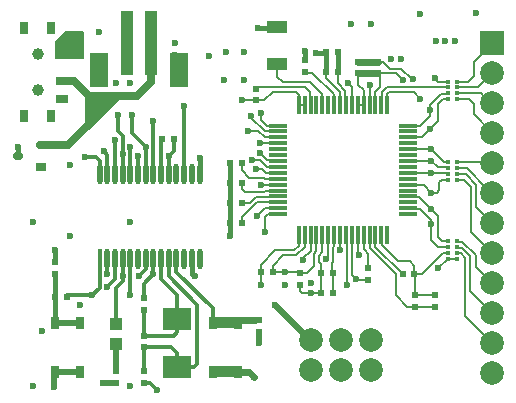
<source format=gtl>
G04*
G04 #@! TF.GenerationSoftware,Altium Limited,Altium Designer,18.1.9 (240)*
G04*
G04 Layer_Physical_Order=1*
G04 Layer_Color=255*
%FSLAX25Y25*%
%MOIN*%
G70*
G01*
G75*
%ADD10C,0.02756*%
%ADD11C,0.00787*%
%ADD12C,0.01968*%
%ADD15R,0.06693X0.04331*%
%ADD16R,0.02362X0.02362*%
%ADD17R,0.02362X0.02362*%
%ADD18R,0.09449X0.07480*%
%ADD19R,0.01181X0.06299*%
%ADD20R,0.06299X0.01181*%
%ADD21R,0.01772X0.06890*%
%ADD22O,0.01772X0.06890*%
%ADD23R,0.01575X0.01181*%
%ADD24R,0.02559X0.04134*%
%ADD25R,0.03937X0.04331*%
%ADD26R,0.03543X0.02756*%
%ADD27O,0.03543X0.02756*%
%ADD28R,0.04331X0.02756*%
%ADD29R,0.03150X0.03937*%
%ADD30R,0.06299X0.11811*%
%ADD31R,0.03937X0.21654*%
%ADD52C,0.01181*%
%ADD53C,0.01575*%
%ADD54C,0.02362*%
%ADD55C,0.07874*%
%ADD56C,0.03937*%
%ADD57R,0.07874X0.07874*%
%ADD58C,0.02362*%
G36*
X28346Y123622D02*
Y114961D01*
X27953Y114567D01*
X18898D01*
Y120472D01*
X22441Y124016D01*
X27953D01*
X28346Y123622D01*
D02*
G37*
G36*
X30082Y91105D02*
Y102328D01*
X41305D01*
X30082Y91105D01*
D02*
G37*
G36*
X85827Y28740D02*
Y26378D01*
X80709D01*
Y28740D01*
X85827Y28740D01*
D02*
G37*
G36*
X78740Y24803D02*
X72441D01*
Y28740D01*
X78740D01*
Y24803D01*
D02*
G37*
G36*
Y8661D02*
X72441D01*
Y12205D01*
X78740D01*
Y8661D01*
D02*
G37*
D10*
X30082Y92975D02*
Y102328D01*
X23130Y86024D02*
X30082Y92975D01*
X14173Y86024D02*
X23130D01*
X30082Y102328D02*
X46232D01*
X25127Y107283D02*
X30082Y102328D01*
X21063Y107283D02*
X25127D01*
X46232Y102328D02*
X50787Y106884D01*
Y119921D01*
D11*
X146850Y70866D02*
Y73622D01*
X146063Y70079D02*
X146850Y70866D01*
X144095Y70079D02*
X146063D01*
X126221Y109843D02*
X126299Y109921D01*
X113583Y55906D02*
X113779Y55709D01*
X132283Y109843D02*
X134646Y107480D01*
X127165Y109843D02*
X132283D01*
X119685Y113858D02*
X119764Y113779D01*
X134049Y111417D02*
X137593Y107874D01*
X130315Y111417D02*
X134049D01*
X137593Y107874D02*
X138189D01*
X129404Y105118D02*
X149606D01*
X138262Y103470D02*
X140551Y101181D01*
X130163Y103470D02*
X138262D01*
X18504Y35433D02*
X18898Y35827D01*
X18504Y26969D02*
X18898Y27362D01*
X123622Y99213D02*
Y105905D01*
X119685Y106102D02*
X121653Y104134D01*
Y99213D02*
Y104134D01*
X119685Y106102D02*
Y109843D01*
X125591Y103543D02*
X127165Y105118D01*
X127756Y103470D02*
X129404Y105118D01*
X127756Y99410D02*
Y103470D01*
X127165Y105118D02*
Y109843D01*
X119685D02*
X119685D01*
X108661Y116535D02*
X109055Y116929D01*
X92716Y125000D02*
X92913Y125197D01*
X49016Y85433D02*
X49213Y85236D01*
X103779Y21024D02*
X104016D01*
X126299Y109921D02*
X126378Y109843D01*
X127953Y113779D02*
X130315Y111417D01*
X116535Y106558D02*
X117717Y105377D01*
Y99213D02*
Y105377D01*
X126378Y113779D02*
X127953D01*
X115551Y99410D02*
X115748Y99213D01*
X115551Y99410D02*
Y103999D01*
X112992Y106558D02*
X115551Y103999D01*
X112992Y106558D02*
Y110236D01*
X113779Y99213D02*
Y103543D01*
X109055Y108268D02*
X113779Y103543D01*
X109055Y108268D02*
Y110236D01*
X105905Y116535D02*
X106299Y116929D01*
X103639Y106890D02*
X107677Y102851D01*
X94685Y106890D02*
X103639D01*
X92913Y108661D02*
X94685Y106890D01*
X104544Y109921D02*
X111614Y102851D01*
X102284Y109921D02*
X104544D01*
X111614Y102525D02*
Y102851D01*
Y102525D02*
X111811Y102328D01*
X101969Y110236D02*
X102284Y109921D01*
X86559Y125000D02*
X86756Y125197D01*
X107677Y99410D02*
Y102851D01*
X92913Y108661D02*
Y112992D01*
X107677Y99410D02*
X107874Y99213D01*
X48819Y76575D02*
X49213Y76968D01*
X35728Y76870D02*
X36220Y76378D01*
X61811Y76378D02*
X61811Y76378D01*
X38583Y6299D02*
X38976Y6693D01*
X18504Y10236D02*
X18701Y10433D01*
X18504Y42520D02*
X18898Y42913D01*
X18504Y26969D02*
X18701Y26772D01*
X22441Y35433D02*
X22835Y35827D01*
X48425Y10630D02*
X48524Y10728D01*
X48425Y30945D02*
X48524Y30847D01*
X85827Y26772D02*
X86614Y27559D01*
X92126Y32677D02*
Y32913D01*
X54134Y87598D02*
X54331Y87795D01*
X48524Y47539D02*
X49016Y48031D01*
X138583Y42913D02*
X138878Y42618D01*
Y35827D02*
Y42618D01*
Y35827D02*
X145571D01*
X138878Y31890D02*
X145571D01*
X136221D02*
X138878D01*
X132283Y35827D02*
X136221Y31890D01*
X132283Y35827D02*
Y42913D01*
X43701Y76575D02*
X43898Y76378D01*
X84571Y80856D02*
X87155D01*
X84424Y81004D02*
X84571Y80856D01*
X84252Y95086D02*
X88885Y90453D01*
X84252Y95086D02*
Y95669D01*
X48819Y76575D02*
X49016Y76378D01*
X77165Y79921D02*
X77165Y79921D01*
X77165Y66535D02*
X77165Y66535D01*
X77165Y66535D02*
X77165Y66535D01*
X86122Y66831D02*
X93209D01*
X81102Y61811D02*
X86122Y66831D01*
X81102Y59921D02*
Y61811D01*
X81988Y70374D02*
X88380D01*
X81102Y71260D02*
X81988Y70374D01*
X81102Y71260D02*
Y73228D01*
X88380Y70374D02*
X88774Y70768D01*
X93209D01*
X93012Y68602D02*
X93209Y68799D01*
X85667Y68602D02*
X93012D01*
X83600Y66535D02*
X85667Y68602D01*
X81102Y66535D02*
X83600D01*
X83563Y75099D02*
X88380D01*
X88774Y74705D01*
X81102Y77559D02*
X83563Y75099D01*
X81102Y77559D02*
Y79921D01*
X88878Y64862D02*
X93209D01*
X86221Y62205D02*
X88878Y64862D01*
X89665Y62894D02*
X93209D01*
X88878Y62106D02*
X89665Y62894D01*
X88878Y56791D02*
Y62106D01*
X88976Y76673D02*
X93209D01*
X87697Y77953D02*
X88976Y76673D01*
X89370Y78642D02*
X93209D01*
X87155Y80856D02*
X89370Y78642D01*
X87230Y83144D02*
Y83366D01*
X88774Y74705D02*
X93209D01*
X83071Y90551D02*
X86559D01*
X88626Y88484D01*
X88885Y90453D02*
X93209D01*
X88626Y88484D02*
X93209D01*
X87155Y86614D02*
X93110D01*
X93209Y86516D01*
X87230Y83144D02*
X89567Y80807D01*
X81102Y100787D02*
X85827D01*
X87402Y94331D02*
Y96457D01*
Y94331D02*
X89311Y92421D01*
X93209D01*
X85827Y77953D02*
X87697D01*
X89567Y80807D02*
X93012D01*
X93209Y80610D01*
X87402Y72736D02*
X93209D01*
X91305Y103706D02*
X99050D01*
X88386Y100787D02*
X91305Y103706D01*
X85827Y100787D02*
X88386D01*
X99050Y103706D02*
X100000Y102756D01*
X85827Y104724D02*
X86417Y105315D01*
X102132D01*
X103740Y103706D01*
Y99410D02*
Y103706D01*
Y99410D02*
X103937Y99213D01*
X100000D02*
Y102756D01*
Y99213D02*
X101969D01*
X111811D02*
Y102328D01*
X125591Y99213D02*
Y103543D01*
X117717Y99213D02*
X117913Y99410D01*
X119685Y99213D02*
X121653D01*
X101181Y36614D02*
X103937D01*
X100394Y37402D02*
X101181Y36614D01*
X100394Y37402D02*
Y39370D01*
X103937Y36614D02*
X107480D01*
X116141Y39370D02*
Y53347D01*
X87402Y39370D02*
Y43504D01*
X92126Y50787D02*
X98560D01*
X87402Y46063D02*
X92126Y50787D01*
X87402Y43504D02*
Y46063D01*
X100197Y43504D02*
X100394Y43307D01*
X95276Y43504D02*
X100197D01*
X91339D02*
X95276D01*
X98560Y50787D02*
X100000Y52227D01*
Y56102D01*
X94882Y49213D02*
X99213D01*
X91339Y45669D02*
X94882Y49213D01*
X91339Y43504D02*
Y45669D01*
X99213Y49213D02*
X101969Y51969D01*
Y56102D01*
X101417Y47638D02*
Y48189D01*
X103937Y50708D01*
Y56102D01*
X105118Y49662D02*
X105905Y50450D01*
X105118Y45669D02*
Y49662D01*
X105905Y50450D02*
Y56102D01*
X107874Y50191D02*
Y56102D01*
X106693Y49010D02*
X107874Y50191D01*
X106693Y47054D02*
Y49010D01*
X106693Y47053D02*
X106693Y47054D01*
X111417Y49010D02*
Y51766D01*
X109646Y48622D02*
Y55906D01*
X109055Y48031D02*
X109646Y48622D01*
X106693Y47053D02*
X107480Y46266D01*
X111417Y49010D02*
X111417Y49010D01*
Y47053D02*
Y49010D01*
X111221Y46856D02*
X111417Y47053D01*
X111221Y43504D02*
Y46856D01*
X107480Y43307D02*
Y46266D01*
X113779Y50787D02*
Y55709D01*
X103740Y55906D02*
X103937Y56102D01*
X102756Y43307D02*
X105118Y45669D01*
X100394Y43307D02*
X102756D01*
X107480Y36614D02*
Y43307D01*
X115748Y53740D02*
X116141Y53347D01*
X111811Y52160D02*
Y56102D01*
X111417Y51766D02*
X111811Y52160D01*
X111221Y43504D02*
X111417Y43307D01*
Y36614D02*
Y43307D01*
X109646Y55906D02*
X109843Y56102D01*
X115748Y53740D02*
Y56102D01*
X113583Y55906D02*
X113779Y56102D01*
X119193Y40945D02*
X123228D01*
X118996Y41142D02*
X119193Y40945D01*
X118996Y41142D02*
Y41240D01*
X117717Y42520D02*
X118996Y41240D01*
X117717Y42520D02*
Y56102D01*
X119882Y49432D02*
Y55906D01*
Y49432D02*
X120079Y49235D01*
X119685Y56102D02*
X119882Y55906D01*
X121850Y51175D02*
Y55906D01*
Y51175D02*
X122047Y50978D01*
Y50923D02*
Y50978D01*
Y50923D02*
X123228Y49741D01*
X121653Y56102D02*
X121850Y55906D01*
X123228Y44882D02*
Y49741D01*
X123622Y51575D02*
X132283Y42913D01*
X123622Y51575D02*
Y56102D01*
X148031Y50000D02*
X149606D01*
X140945Y42913D02*
X148031Y50000D01*
X138583Y42913D02*
X140945D01*
X146457Y44882D02*
X149606Y48031D01*
X125591Y51968D02*
X134646Y42913D01*
X125591Y51968D02*
Y56102D01*
X137008Y47244D02*
X138583Y45669D01*
X132975Y47244D02*
X137008D01*
X127756Y52464D02*
X132975Y47244D01*
X138583Y42913D02*
Y45669D01*
X127756Y52464D02*
Y53836D01*
X127559Y54032D02*
X127756Y53836D01*
X127559Y54032D02*
Y56102D01*
X129527Y102835D02*
X130163Y103470D01*
X129527Y99213D02*
Y102835D01*
X144095Y59449D02*
Y61024D01*
Y54331D02*
Y59449D01*
X136319Y76575D02*
X144095D01*
X149409D01*
X146850Y73622D02*
X147638Y74410D01*
X149606D01*
X141634Y72539D02*
X144095Y70079D01*
X136516Y72539D02*
X141634D01*
X140059Y68602D02*
X144095Y64567D01*
X136516Y68602D02*
X140059D01*
X136319Y72736D02*
X136516Y72539D01*
X144095Y64567D02*
X146457Y62205D01*
Y55315D02*
Y62205D01*
X140453Y64665D02*
X144095Y61024D01*
X146457Y107087D02*
X149606D01*
X145276Y108268D02*
X146457Y107087D01*
X152756Y101181D02*
X156693D01*
X158268Y99606D01*
Y96220D02*
Y99606D01*
Y96220D02*
X164567Y89921D01*
X162913Y101575D02*
X164567Y99921D01*
X162205Y101575D02*
X162913D01*
X160630Y103150D02*
X162205Y101575D01*
X152756Y103150D02*
X160630D01*
X159764Y105118D02*
X164567Y109921D01*
X152756Y105118D02*
X159764D01*
X158268Y113622D02*
X164567Y119921D01*
X158268Y109055D02*
Y113622D01*
X156299Y107087D02*
X158268Y109055D01*
X152756Y107087D02*
X156299D01*
X149606Y48031D02*
X152756D01*
X154033Y49803D02*
X155512Y48324D01*
Y28976D02*
Y48324D01*
Y28976D02*
X164567Y19921D01*
X157087Y37402D02*
X164567Y29921D01*
X157087Y37402D02*
Y48976D01*
X152953Y49803D02*
X154033D01*
X152756Y50000D02*
X152953Y49803D01*
X159055Y45433D02*
Y49235D01*
X152953Y53740D02*
X154550D01*
X152953Y51772D02*
X154291D01*
X157087Y48976D01*
X154550Y53740D02*
X159055Y49235D01*
X152756Y51968D02*
X152953Y51772D01*
X159055Y45433D02*
X164567Y39921D01*
X152756Y53937D02*
X152953Y53740D01*
X144095Y54331D02*
X146457Y51968D01*
X149606D01*
X136516Y64665D02*
X140453D01*
X136319Y64862D02*
X136516Y64665D01*
X146457Y55315D02*
X147835Y53937D01*
X149606D01*
X136319Y68799D02*
X136516Y68602D01*
X146457Y93903D02*
Y99606D01*
X143892Y91339D02*
X146457Y93903D01*
X143780Y95748D02*
Y97638D01*
X140453Y92421D02*
X143780Y95748D01*
X148327Y80315D02*
X149606D01*
X144095Y84547D02*
X148327Y80315D01*
X136319Y80610D02*
X144193D01*
X146260Y78543D01*
X149409D01*
X136319Y84547D02*
X144095D01*
X146457Y99606D02*
X148031Y101181D01*
X149606D01*
X141037Y88484D02*
X143892Y91339D01*
X143780Y99257D02*
X147475Y102953D01*
X143780Y97638D02*
Y99257D01*
X149409Y102953D02*
X149606Y103150D01*
X147475Y102953D02*
X149409D01*
X136319Y92421D02*
X140453D01*
X136319Y88484D02*
X141037D01*
X152756Y76181D02*
X155610D01*
X159055Y65433D02*
X164567Y59921D01*
X159055Y65433D02*
Y72736D01*
X155118Y74410D02*
X157480Y72047D01*
Y57008D02*
Y72047D01*
Y57008D02*
X164567Y49921D01*
X152756Y74410D02*
X155118D01*
X155610Y76181D02*
X159055Y72736D01*
X162835Y69921D02*
Y71417D01*
X156102Y78150D02*
X162835Y71417D01*
X152953Y78150D02*
X156102D01*
X152756Y76181D02*
Y76378D01*
X162835Y69921D02*
X164567D01*
X152756Y78347D02*
X152953Y78150D01*
X164173Y80315D02*
X164567Y79921D01*
X152756Y80315D02*
X164173D01*
X149409Y76575D02*
X149606Y76378D01*
X136319Y76575D02*
Y76673D01*
X149409Y78543D02*
X149606Y78347D01*
X127559Y99213D02*
X127756Y99410D01*
D12*
X34646Y6693D02*
X38189D01*
X86614Y20079D02*
Y23622D01*
X18504Y5118D02*
Y10236D01*
X18701Y10433D02*
X27165D01*
X18701Y26772D02*
X27165D01*
X38976Y10630D02*
Y19685D01*
D15*
X92913Y125197D02*
D03*
Y112992D02*
D03*
D16*
X107480Y43307D02*
D03*
X111417D02*
D03*
X107480Y36614D02*
D03*
X111417D02*
D03*
X87402Y43504D02*
D03*
X91339D02*
D03*
X112992Y116929D02*
D03*
X109055D02*
D03*
X112992Y110236D02*
D03*
X109055D02*
D03*
X58268Y87795D02*
D03*
X54331D02*
D03*
X134646Y42913D02*
D03*
X138583D02*
D03*
X81102Y59921D02*
D03*
X77165D02*
D03*
X81102Y73228D02*
D03*
X77165D02*
D03*
X81102Y66535D02*
D03*
X77165D02*
D03*
Y79921D02*
D03*
X81102D02*
D03*
X22835Y35433D02*
D03*
X18898D02*
D03*
D17*
X145571Y31890D02*
D03*
Y35827D02*
D03*
X100394Y39370D02*
D03*
Y43307D02*
D03*
X126378Y113779D02*
D03*
Y109843D02*
D03*
X119685Y113779D02*
D03*
Y109843D02*
D03*
X101969Y114173D02*
D03*
Y110236D02*
D03*
X85827Y100787D02*
D03*
Y104724D02*
D03*
X48425Y34882D02*
D03*
Y30945D02*
D03*
Y6693D02*
D03*
Y10630D02*
D03*
X138878Y31890D02*
D03*
Y35827D02*
D03*
X123228Y44882D02*
D03*
Y40945D02*
D03*
X18898Y42913D02*
D03*
Y46850D02*
D03*
X86614Y23622D02*
D03*
Y27559D02*
D03*
X38976Y6693D02*
D03*
Y10630D02*
D03*
X48524Y18504D02*
D03*
Y22441D02*
D03*
D18*
X59449Y27953D02*
D03*
Y11811D02*
D03*
D19*
X129527Y56102D02*
D03*
X127559D02*
D03*
X125591D02*
D03*
X123622D02*
D03*
X121653D02*
D03*
X119685D02*
D03*
X117717D02*
D03*
X115748D02*
D03*
X113779D02*
D03*
X111811D02*
D03*
X109843D02*
D03*
X107874D02*
D03*
X105905D02*
D03*
X103937D02*
D03*
X101969D02*
D03*
X100000D02*
D03*
Y99213D02*
D03*
X101969D02*
D03*
X103937D02*
D03*
X105905D02*
D03*
X107874D02*
D03*
X109843D02*
D03*
X111811D02*
D03*
X113779D02*
D03*
X115748D02*
D03*
X117717D02*
D03*
X119685D02*
D03*
X121653D02*
D03*
X123622D02*
D03*
X125591D02*
D03*
X127559D02*
D03*
X129527D02*
D03*
D20*
X93209Y62894D02*
D03*
Y64862D02*
D03*
Y66831D02*
D03*
Y68799D02*
D03*
Y70768D02*
D03*
Y72736D02*
D03*
Y74705D02*
D03*
Y76673D02*
D03*
Y78642D02*
D03*
Y80610D02*
D03*
Y82579D02*
D03*
Y84547D02*
D03*
Y86516D02*
D03*
Y88484D02*
D03*
Y90453D02*
D03*
Y92421D02*
D03*
X136319D02*
D03*
Y90453D02*
D03*
Y88484D02*
D03*
Y86516D02*
D03*
Y84547D02*
D03*
Y82579D02*
D03*
Y80610D02*
D03*
Y78642D02*
D03*
Y76673D02*
D03*
Y74705D02*
D03*
Y72736D02*
D03*
Y70768D02*
D03*
Y68799D02*
D03*
Y66831D02*
D03*
Y64862D02*
D03*
Y62894D02*
D03*
D21*
X33661Y48031D02*
D03*
D22*
X36220D02*
D03*
X38780D02*
D03*
X41339D02*
D03*
X43898D02*
D03*
X46457D02*
D03*
X49016D02*
D03*
X51575D02*
D03*
X54134D02*
D03*
X56693D02*
D03*
X59252D02*
D03*
X61811D02*
D03*
X64370D02*
D03*
X66929D02*
D03*
X33661Y76378D02*
D03*
X36220D02*
D03*
X38780D02*
D03*
X41339D02*
D03*
X43898D02*
D03*
X46457D02*
D03*
X49016D02*
D03*
X51575D02*
D03*
X54134D02*
D03*
X56693D02*
D03*
X59252D02*
D03*
X61811D02*
D03*
X64370D02*
D03*
X66929D02*
D03*
D23*
X149606Y76378D02*
D03*
X152756D02*
D03*
Y74410D02*
D03*
X149606D02*
D03*
Y78347D02*
D03*
X152756D02*
D03*
Y80315D02*
D03*
X149606D02*
D03*
Y50000D02*
D03*
X152756D02*
D03*
Y48031D02*
D03*
X149606D02*
D03*
Y51968D02*
D03*
X152756D02*
D03*
Y53937D02*
D03*
X149606D02*
D03*
X149606Y103150D02*
D03*
X152756D02*
D03*
Y101181D02*
D03*
X149606D02*
D03*
Y105118D02*
D03*
X152756D02*
D03*
Y107087D02*
D03*
X149606D02*
D03*
D24*
X79724Y26772D02*
D03*
X71260D02*
D03*
X79724Y10433D02*
D03*
X71260D02*
D03*
X18701D02*
D03*
X27165D02*
D03*
X18701Y26772D02*
D03*
X27165D02*
D03*
D25*
X38976Y19685D02*
D03*
Y26378D02*
D03*
D26*
X14173Y78543D02*
D03*
D27*
Y86024D02*
D03*
X6299Y82284D02*
D03*
D28*
X21063Y101378D02*
D03*
Y107283D02*
D03*
Y119095D02*
D03*
D29*
X17520Y125000D02*
D03*
X8465D02*
D03*
X17520Y95472D02*
D03*
X8465D02*
D03*
D30*
X33465Y111063D02*
D03*
X60236D02*
D03*
D31*
X42913Y119921D02*
D03*
X50787D02*
D03*
D52*
X43701Y76575D02*
X43898Y76772D01*
X41339Y83071D02*
Y88976D01*
X39764Y90551D02*
X41339Y88976D01*
Y76378D02*
Y83071D01*
X39764Y90551D02*
Y96063D01*
X44488Y89961D02*
X49213Y85236D01*
X44488Y89961D02*
Y96063D01*
X49016Y77165D02*
Y85433D01*
X51575Y76378D02*
Y93903D01*
X43898Y76772D02*
Y85236D01*
X56693Y82284D02*
X58268Y83858D01*
X56693Y76378D02*
Y82284D01*
X54134Y76378D02*
Y87598D01*
X38780Y76378D02*
Y87598D01*
X46457Y76378D02*
Y82284D01*
X49016Y77165D02*
X49213Y76968D01*
X35039Y83858D02*
X36220Y82677D01*
Y76378D02*
Y82677D01*
X46850Y42338D02*
X49016Y44503D01*
Y48031D01*
X71260Y26772D02*
Y31496D01*
X28740Y81890D02*
X32518D01*
X33661Y80747D01*
Y76378D02*
Y80747D01*
X61811Y76378D02*
Y98819D01*
X22835Y35827D02*
X31102D01*
X38976Y38127D02*
X41339Y40489D01*
X38976Y26378D02*
Y38127D01*
X41339Y40489D02*
Y42126D01*
X50394Y6693D02*
X52756Y4331D01*
X48425Y6693D02*
X50394D01*
X48425Y39764D02*
X51575Y42913D01*
X48425Y34882D02*
Y39764D01*
X48524Y10728D02*
Y18504D01*
Y22441D02*
Y30847D01*
X59449Y23622D02*
Y27953D01*
X58268Y22441D02*
X59449Y23622D01*
X48524Y22441D02*
X58268D01*
X59449Y11811D02*
Y16535D01*
X57480Y18504D02*
X59449Y16535D01*
X48524Y18504D02*
X57480D01*
X59252Y43504D02*
X71260Y31496D01*
X59252Y43504D02*
Y48031D01*
X59449Y27953D02*
Y35827D01*
X54134Y41142D02*
X59449Y35827D01*
X54134Y41142D02*
Y48031D01*
X59449Y11811D02*
X64961D01*
X66142Y12992D01*
Y32677D01*
X56693Y42126D02*
X66142Y32677D01*
X56693Y42126D02*
Y48031D01*
X58268Y83858D02*
Y87795D01*
X51575Y42913D02*
Y48031D01*
X31102Y35827D02*
X33661Y38386D01*
Y48031D01*
X43898Y35827D02*
Y48031D01*
X41339Y42126D02*
Y48031D01*
X36220Y38583D02*
X38780Y41142D01*
Y48031D01*
X36220Y42913D02*
Y48031D01*
D53*
X18898Y27362D02*
Y35433D01*
Y35827D02*
Y42913D01*
Y46850D02*
Y50984D01*
X105905Y116535D02*
X108661D01*
X86559Y125000D02*
X92716D01*
X66929Y76378D02*
Y81496D01*
X112992Y110236D02*
Y116929D01*
X109055Y110236D02*
Y116929D01*
X101969Y114173D02*
Y117323D01*
X6299Y82284D02*
Y85433D01*
X64370Y43110D02*
X65354Y42126D01*
X64370Y43110D02*
Y48031D01*
X77165Y55709D02*
Y59921D01*
Y73228D02*
Y79921D01*
Y66535D02*
Y73228D01*
Y59921D02*
Y66535D01*
D54*
X119685Y109843D02*
X126221D01*
X92126Y32677D02*
X103779Y21024D01*
X83268Y10433D02*
X85039Y8661D01*
X79724Y10433D02*
X83268D01*
X119764Y113779D02*
X126378D01*
D55*
X104016Y11024D02*
D03*
X114016D02*
D03*
X124016D02*
D03*
X104016Y21024D02*
D03*
X114016D02*
D03*
X124016D02*
D03*
X164567Y109921D02*
D03*
Y99921D02*
D03*
Y89921D02*
D03*
Y79921D02*
D03*
Y69921D02*
D03*
Y59921D02*
D03*
Y49921D02*
D03*
Y39921D02*
D03*
Y29921D02*
D03*
Y19921D02*
D03*
Y9921D02*
D03*
D56*
X12992Y116142D02*
D03*
Y104331D02*
D03*
D57*
X164567Y119921D02*
D03*
D58*
X75669Y117087D02*
D03*
X81850Y116890D02*
D03*
X70039Y115748D02*
D03*
X134646Y107480D02*
D03*
X138189Y107874D02*
D03*
X123622Y105905D02*
D03*
X41339Y83071D02*
D03*
X39764Y96063D02*
D03*
X44488D02*
D03*
X49016Y85433D02*
D03*
X43898Y85236D02*
D03*
X66929Y81496D02*
D03*
X56693Y82284D02*
D03*
X38780Y87598D02*
D03*
X46457Y82284D02*
D03*
X35039Y83858D02*
D03*
X34646Y6693D02*
D03*
X27165Y32677D02*
D03*
X42913Y128740D02*
D03*
X86614Y20079D02*
D03*
X85039Y8661D02*
D03*
X117323Y126378D02*
D03*
X124016D02*
D03*
X18898Y50984D02*
D03*
X151969Y120472D02*
D03*
X148819D02*
D03*
X145669D02*
D03*
X130709Y114567D02*
D03*
X116535Y106558D02*
D03*
X101969Y117323D02*
D03*
X134055Y114567D02*
D03*
X159055Y129921D02*
D03*
X140551Y129528D02*
D03*
Y101181D02*
D03*
X105905Y116535D02*
D03*
X86559Y125000D02*
D03*
X81890Y107480D02*
D03*
X75197Y107480D02*
D03*
X58752Y116051D02*
D03*
X58661Y119791D02*
D03*
X43701Y106693D02*
D03*
X33465Y123622D02*
D03*
X38976Y106693D02*
D03*
X33465Y107874D02*
D03*
X17520Y95472D02*
D03*
X8465D02*
D03*
X17520Y125000D02*
D03*
X8465D02*
D03*
X26378Y116717D02*
D03*
Y119595D02*
D03*
Y122441D02*
D03*
X6299Y85433D02*
D03*
X51575Y93903D02*
D03*
X14449Y23898D02*
D03*
X43701Y5512D02*
D03*
X11417D02*
D03*
Y60197D02*
D03*
X43701D02*
D03*
X23622Y79134D02*
D03*
Y55512D02*
D03*
X61811Y98819D02*
D03*
X18504Y5118D02*
D03*
X28740Y81890D02*
D03*
X52756Y4331D02*
D03*
X92126Y32677D02*
D03*
X51575Y42913D02*
D03*
X31102Y35827D02*
D03*
X46850Y42338D02*
D03*
X41339Y42126D02*
D03*
X43898Y35827D02*
D03*
X65354Y42126D02*
D03*
X84424Y81004D02*
D03*
X84252Y95669D02*
D03*
X36220Y38583D02*
D03*
Y42913D02*
D03*
X77165Y55709D02*
D03*
X86221Y62205D02*
D03*
X88878Y56791D02*
D03*
X87230Y83366D02*
D03*
X87155Y86614D02*
D03*
X83071Y90551D02*
D03*
X81102Y100787D02*
D03*
X87402Y96457D02*
D03*
X85827Y77953D02*
D03*
X87402Y72736D02*
D03*
X103937Y39921D02*
D03*
X103937Y36614D02*
D03*
X116141Y39370D02*
D03*
X87402D02*
D03*
X95276D02*
D03*
Y43504D02*
D03*
X101417Y47638D02*
D03*
X109055Y48031D02*
D03*
X113779Y50787D02*
D03*
X118996Y41142D02*
D03*
X120079Y49235D02*
D03*
X146457Y44882D02*
D03*
X144095Y59449D02*
D03*
Y70079D02*
D03*
Y64567D02*
D03*
X145276Y108268D02*
D03*
X144193Y80610D02*
D03*
X144095Y76575D02*
D03*
Y84547D02*
D03*
X143780Y97638D02*
D03*
X143892Y91339D02*
D03*
M02*

</source>
